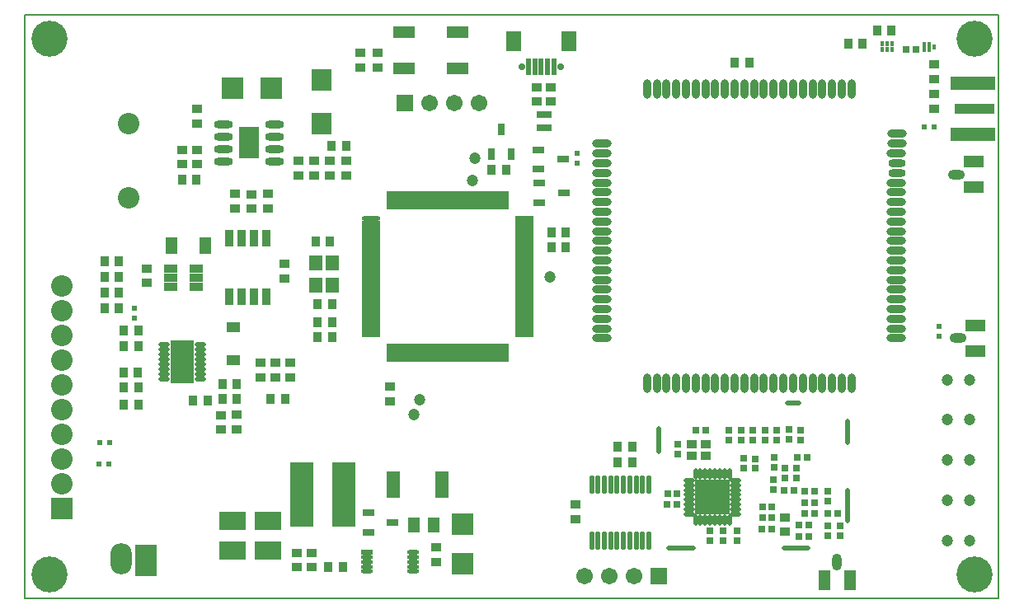
<source format=gts>
%FSLAX25Y25*%
%MOIN*%
G70*
G01*
G75*
G04 Layer_Color=8388736*
%ADD10C,0.02000*%
%ADD11C,0.03000*%
%ADD12R,0.01575X0.01181*%
%ADD13R,0.01181X0.01575*%
%ADD14O,0.05906X0.03150*%
%ADD15R,0.07087X0.03937*%
%ADD16C,0.03937*%
%ADD17R,0.02756X0.03347*%
%ADD18R,0.03347X0.02756*%
%ADD19R,0.03937X0.05906*%
%ADD20R,0.04724X0.03150*%
%ADD21R,0.02500X0.05906*%
%ADD22R,0.04803X0.02441*%
%ADD23R,0.04800X0.05600*%
%ADD24R,0.07480X0.11811*%
%ADD25O,0.06890X0.02362*%
%ADD26R,0.03937X0.05118*%
%ADD27R,0.08898X0.25590*%
%ADD28R,0.03937X0.02362*%
%ADD29R,0.04724X0.09843*%
%ADD30O,0.03937X0.01181*%
%ADD31R,0.03937X0.01181*%
%ADD32R,0.07874X0.07874*%
%ADD33R,0.10000X0.07000*%
%ADD34R,0.02362X0.03937*%
%ADD35R,0.07874X0.03937*%
%ADD36O,0.06693X0.01063*%
%ADD37R,0.06693X0.01063*%
%ADD38R,0.01063X0.06693*%
%ADD39O,0.03740X0.01378*%
%ADD40R,0.08661X0.16929*%
%ADD41R,0.07874X0.07874*%
%ADD42R,0.07087X0.07874*%
%ADD43R,0.02362X0.02362*%
%ADD44R,0.03150X0.02559*%
%ADD45R,0.03937X0.07087*%
%ADD46O,0.03150X0.05906*%
%ADD47O,0.01378X0.06693*%
%ADD48R,0.02362X0.02362*%
%ADD49R,0.13386X0.13386*%
%ADD50O,0.00984X0.03740*%
%ADD51O,0.03740X0.00984*%
%ADD52O,0.02362X0.07087*%
%ADD53O,0.07087X0.02362*%
%ADD54O,0.06299X0.02362*%
%ADD55R,0.00984X0.01575*%
%ADD56R,0.02362X0.01969*%
%ADD57R,0.00984X0.01299*%
G04:AMPARAMS|DCode=58|XSize=35.43mil|YSize=157.48mil|CornerRadius=1.77mil|HoleSize=0mil|Usage=FLASHONLY|Rotation=90.000|XOffset=0mil|YOffset=0mil|HoleType=Round|Shape=RoundedRectangle|*
%AMROUNDEDRECTD58*
21,1,0.03543,0.15394,0,0,90.0*
21,1,0.03189,0.15748,0,0,90.0*
1,1,0.00354,0.07697,0.01595*
1,1,0.00354,0.07697,-0.01595*
1,1,0.00354,-0.07697,-0.01595*
1,1,0.00354,-0.07697,0.01595*
%
%ADD58ROUNDEDRECTD58*%
%ADD59R,0.01200X0.01800*%
%ADD60R,0.01575X0.05906*%
%ADD61C,0.01000*%
%ADD62C,0.01200*%
%ADD63C,0.02500*%
%ADD64C,0.04000*%
%ADD65C,0.08000*%
%ADD66C,0.01500*%
%ADD67C,0.00800*%
%ADD68R,0.07500X0.15500*%
%ADD69R,0.07560X0.20391*%
%ADD70R,0.06000X0.09600*%
%ADD71R,0.06700X0.09800*%
%ADD72R,0.04200X0.18700*%
%ADD73R,0.08100X0.13300*%
%ADD74R,0.05700X0.21700*%
%ADD75R,0.18000X0.08400*%
%ADD76R,0.10500X0.06400*%
%ADD77R,0.16200X0.16000*%
%ADD78R,0.27300X0.16100*%
%ADD79R,0.06200X0.14700*%
%ADD80R,0.34969X0.11400*%
%ADD81R,0.06500X1.11800*%
%ADD82C,0.00500*%
%ADD83C,0.07874*%
%ADD84O,0.07874X0.11811*%
%ADD85R,0.07874X0.11811*%
%ADD86C,0.13780*%
%ADD87R,0.05906X0.05906*%
%ADD88C,0.05906*%
%ADD89R,0.07874X0.07874*%
G04:AMPARAMS|DCode=90|XSize=51.18mil|YSize=173.23mil|CornerRadius=2.56mil|HoleSize=0mil|Usage=FLASHONLY|Rotation=90.000|XOffset=0mil|YOffset=0mil|HoleType=Round|Shape=RoundedRectangle|*
%AMROUNDEDRECTD90*
21,1,0.05118,0.16811,0,0,90.0*
21,1,0.04606,0.17323,0,0,90.0*
1,1,0.00512,0.08406,0.02303*
1,1,0.00512,0.08406,-0.02303*
1,1,0.00512,-0.08406,-0.02303*
1,1,0.00512,-0.08406,0.02303*
%
%ADD90ROUNDEDRECTD90*%
%ADD91C,0.01969*%
%ADD92R,0.05315X0.07284*%
%ADD93C,0.04000*%
%ADD94C,0.02000*%
%ADD95C,0.03000*%
%ADD96C,0.05000*%
%ADD97C,0.02598*%
%ADD98C,0.01600*%
%ADD99C,0.07518*%
G04:AMPARAMS|DCode=100|XSize=111.181mil|YSize=111.181mil|CornerRadius=0mil|HoleSize=0mil|Usage=FLASHONLY|Rotation=0.000|XOffset=0mil|YOffset=0mil|HoleType=Round|Shape=Relief|Width=10mil|Gap=10mil|Entries=4|*
%AMTHD100*
7,0,0,0.11118,0.09118,0.01000,45*
%
%ADD100THD100*%
%ADD101C,0.07124*%
G04:AMPARAMS|DCode=102|XSize=107.244mil|YSize=107.244mil|CornerRadius=0mil|HoleSize=0mil|Usage=FLASHONLY|Rotation=0.000|XOffset=0mil|YOffset=0mil|HoleType=Round|Shape=Relief|Width=10mil|Gap=10mil|Entries=4|*
%AMTHD102*
7,0,0,0.10724,0.08724,0.01000,45*
%
%ADD102THD102*%
%ADD103C,0.04369*%
%ADD104C,0.11061*%
%ADD105C,0.05943*%
G04:AMPARAMS|DCode=106|XSize=95.433mil|YSize=95.433mil|CornerRadius=0mil|HoleSize=0mil|Usage=FLASHONLY|Rotation=0.000|XOffset=0mil|YOffset=0mil|HoleType=Round|Shape=Relief|Width=10mil|Gap=10mil|Entries=4|*
%AMTHD106*
7,0,0,0.09543,0.07543,0.01000,45*
%
%ADD106THD106*%
G04:AMPARAMS|DCode=107|XSize=79.685mil|YSize=79.685mil|CornerRadius=0mil|HoleSize=0mil|Usage=FLASHONLY|Rotation=0.000|XOffset=0mil|YOffset=0mil|HoleType=Round|Shape=Relief|Width=10mil|Gap=10mil|Entries=4|*
%AMTHD107*
7,0,0,0.07969,0.05969,0.01000,45*
%
%ADD107THD107*%
%ADD108C,0.06337*%
%ADD109C,0.05400*%
%ADD110C,0.03600*%
G04:AMPARAMS|DCode=111|XSize=72mil|YSize=72mil|CornerRadius=0mil|HoleSize=0mil|Usage=FLASHONLY|Rotation=0.000|XOffset=0mil|YOffset=0mil|HoleType=Round|Shape=Relief|Width=10mil|Gap=10mil|Entries=4|*
%AMTHD111*
7,0,0,0.07200,0.05200,0.01000,45*
%
%ADD111THD111*%
G04:AMPARAMS|DCode=112|XSize=80mil|YSize=80mil|CornerRadius=0mil|HoleSize=0mil|Usage=FLASHONLY|Rotation=0.000|XOffset=0mil|YOffset=0mil|HoleType=Round|Shape=Relief|Width=10mil|Gap=10mil|Entries=4|*
%AMTHD112*
7,0,0,0.08000,0.06000,0.01000,45*
%
%ADD112THD112*%
%ADD113C,0.04400*%
G04:AMPARAMS|DCode=114|XSize=99.37mil|YSize=99.37mil|CornerRadius=0mil|HoleSize=0mil|Usage=FLASHONLY|Rotation=0.000|XOffset=0mil|YOffset=0mil|HoleType=Round|Shape=Relief|Width=10mil|Gap=10mil|Entries=4|*
%AMTHD114*
7,0,0,0.09937,0.07937,0.01000,45*
%
%ADD114THD114*%
G04:AMPARAMS|DCode=115|XSize=72.992mil|YSize=72.992mil|CornerRadius=0mil|HoleSize=0mil|Usage=FLASHONLY|Rotation=0.000|XOffset=0mil|YOffset=0mil|HoleType=Round|Shape=Relief|Width=10mil|Gap=10mil|Entries=4|*
%AMTHD115*
7,0,0,0.07299,0.05299,0.01000,45*
%
%ADD115THD115*%
G04:AMPARAMS|DCode=116|XSize=68mil|YSize=68mil|CornerRadius=0mil|HoleSize=0mil|Usage=FLASHONLY|Rotation=0.000|XOffset=0mil|YOffset=0mil|HoleType=Round|Shape=Relief|Width=10mil|Gap=10mil|Entries=4|*
%AMTHD116*
7,0,0,0.06800,0.04800,0.01000,45*
%
%ADD116THD116*%
%ADD117C,0.05000*%
%ADD118C,0.06000*%
%ADD119R,0.08300X0.13500*%
%ADD120R,0.19700X0.09100*%
%ADD121R,0.09400X0.25200*%
%ADD122R,0.39000X0.13800*%
%ADD123R,0.06200X0.13300*%
%ADD124R,0.03347X0.01575*%
%ADD125R,0.03937X0.07087*%
%ADD126R,0.05118X0.13780*%
%ADD127R,0.08661X0.11024*%
%ADD128R,0.07000X0.10000*%
%ADD129R,0.19685X0.05118*%
%ADD130R,0.05500X0.02500*%
%ADD131R,0.01969X0.06299*%
%ADD132R,0.14410X0.07874*%
%ADD133R,0.01969X0.07874*%
%ADD134R,0.07087X0.03937*%
%ADD135R,0.03150X0.04724*%
%ADD136R,0.09843X0.01969*%
%ADD137O,0.08661X0.02362*%
%ADD138O,0.09843X0.02362*%
%ADD139O,0.01378X0.03740*%
%ADD140R,0.16929X0.08661*%
%ADD141R,0.03937X0.03150*%
%ADD142R,0.04843X0.02559*%
%ADD143R,0.08268X0.02756*%
%ADD144O,0.03543X0.01969*%
%ADD145O,0.03543X0.01969*%
%ADD146R,0.03543X0.01969*%
%ADD147R,0.07874X0.01969*%
%ADD148R,0.21349X0.07288*%
%ADD149R,0.14400X0.12900*%
%ADD150R,0.29900X0.09831*%
%ADD151R,0.11032X0.11400*%
%ADD152R,0.10000X0.37866*%
%ADD153R,0.16500X0.11800*%
%ADD154R,0.09800X0.45300*%
%ADD155R,0.05400X0.09900*%
%ADD156R,0.03600X0.06700*%
%ADD157R,0.20400X0.10800*%
%ADD158R,0.16400X0.04300*%
%ADD159R,0.04900X0.17100*%
%ADD160R,0.07600X0.08300*%
%ADD161R,0.08900X0.10200*%
%ADD162R,0.08600X0.09700*%
%ADD163R,0.17500X0.06700*%
%ADD164R,0.08965X0.03474*%
%ADD165R,0.29300X0.15600*%
%ADD166R,0.14700X0.03700*%
%ADD167R,0.07300X0.37900*%
%ADD168R,0.26931X0.16000*%
%ADD169R,0.48700X0.11300*%
%ADD170C,0.00700*%
%ADD171C,0.00984*%
%ADD172C,0.02362*%
%ADD173C,0.00300*%
%ADD174C,0.00600*%
%ADD175C,0.00787*%
%ADD176R,0.05417X0.06634*%
%ADD177R,0.02375X0.01981*%
%ADD178R,0.01981X0.02375*%
%ADD179O,0.06706X0.03950*%
%ADD180R,0.07887X0.04737*%
%ADD181C,0.04737*%
%ADD182R,0.03556X0.04147*%
%ADD183R,0.04147X0.03556*%
%ADD184R,0.04737X0.06706*%
%ADD185R,0.05524X0.03950*%
%ADD186R,0.03300X0.06706*%
%ADD187R,0.05603X0.03241*%
%ADD188R,0.05600X0.06400*%
%ADD189R,0.08280X0.12611*%
%ADD190O,0.07690X0.03162*%
%ADD191R,0.04737X0.05918*%
%ADD192R,0.09698X0.26391*%
%ADD193R,0.04737X0.03162*%
%ADD194R,0.05524X0.10642*%
%ADD195O,0.04737X0.01981*%
%ADD196R,0.04737X0.01981*%
%ADD197R,0.08674X0.08674*%
%ADD198R,0.10800X0.07800*%
%ADD199R,0.03162X0.04737*%
%ADD200R,0.08674X0.04737*%
%ADD201O,0.07493X0.01863*%
%ADD202R,0.07493X0.01863*%
%ADD203R,0.01863X0.07493*%
%ADD204O,0.04540X0.02178*%
%ADD205R,0.09461X0.17729*%
%ADD206R,0.08674X0.08674*%
%ADD207R,0.07887X0.08674*%
%ADD208R,0.03162X0.03162*%
%ADD209R,0.03950X0.03359*%
%ADD210R,0.04737X0.07887*%
%ADD211O,0.03950X0.06706*%
%ADD212O,0.02178X0.07493*%
%ADD213R,0.03162X0.03162*%
%ADD214R,0.14186X0.14186*%
%ADD215O,0.01784X0.04540*%
%ADD216O,0.04540X0.01784*%
%ADD217O,0.03162X0.07887*%
%ADD218O,0.07887X0.03162*%
%ADD219O,0.07099X0.03162*%
%ADD220R,0.01784X0.02375*%
%ADD221R,0.03162X0.02769*%
%ADD222R,0.01784X0.02099*%
G04:AMPARAMS|DCode=223|XSize=39.37mil|YSize=161.42mil|CornerRadius=1.97mil|HoleSize=0mil|Usage=FLASHONLY|Rotation=90.000|XOffset=0mil|YOffset=0mil|HoleType=Round|Shape=RoundedRectangle|*
%AMROUNDEDRECTD223*
21,1,0.03937,0.15748,0,0,90.0*
21,1,0.03543,0.16142,0,0,90.0*
1,1,0.00394,0.07874,0.01772*
1,1,0.00394,0.07874,-0.01772*
1,1,0.00394,-0.07874,-0.01772*
1,1,0.00394,-0.07874,0.01772*
%
%ADD223ROUNDEDRECTD223*%
%ADD224R,0.02000X0.02600*%
%ADD225R,0.02375X0.06706*%
%ADD226C,0.08674*%
%ADD227O,0.08674X0.12611*%
%ADD228R,0.08674X0.12611*%
%ADD229C,0.14579*%
%ADD230R,0.06706X0.06706*%
%ADD231C,0.06706*%
%ADD232R,0.08674X0.08674*%
G04:AMPARAMS|DCode=233|XSize=55.12mil|YSize=177.16mil|CornerRadius=2.76mil|HoleSize=0mil|Usage=FLASHONLY|Rotation=90.000|XOffset=0mil|YOffset=0mil|HoleType=Round|Shape=RoundedRectangle|*
%AMROUNDEDRECTD233*
21,1,0.05512,0.17165,0,0,90.0*
21,1,0.04961,0.17716,0,0,90.0*
1,1,0.00551,0.08583,0.02480*
1,1,0.00551,0.08583,-0.02480*
1,1,0.00551,-0.08583,-0.02480*
1,1,0.00551,-0.08583,0.02480*
%
%ADD233ROUNDEDRECTD233*%
%ADD234C,0.02769*%
%ADD235R,0.06115X0.08083*%
D10*
X138200Y59961D02*
X142900D01*
X162609Y43900D02*
Y52500D01*
X136900Y1300D02*
X146600D01*
X162609Y12300D02*
Y24500D01*
X90000Y1300D02*
X100300D01*
X86231Y40300D02*
Y49500D01*
D82*
X-170069Y-19320D02*
Y216900D01*
X223632D01*
X-170069Y-19320D02*
X223632D01*
Y216900D01*
D177*
X-125900Y98037D02*
D03*
Y94100D02*
D03*
X199600Y86863D02*
D03*
Y90800D02*
D03*
X53300Y160800D02*
D03*
Y156863D02*
D03*
D178*
X-136000Y44000D02*
D03*
X-139937D02*
D03*
X-140037Y35300D02*
D03*
X-136100D02*
D03*
X197537Y171500D02*
D03*
X193600D02*
D03*
D179*
X206432Y152300D02*
D03*
X207200Y86010D02*
D03*
D180*
X213518Y157418D02*
D03*
X213518Y147182D02*
D03*
X214287Y91128D02*
D03*
X214286Y80892D02*
D03*
D181*
X-10493Y61193D02*
D03*
X-12734Y55134D02*
D03*
X11800Y159000D02*
D03*
X10800Y149800D02*
D03*
X42000Y111000D02*
D03*
X202955Y4300D02*
D03*
X211931D02*
D03*
X202955Y20550D02*
D03*
X211931D02*
D03*
X202955Y36800D02*
D03*
X211931D02*
D03*
X202955Y53050D02*
D03*
X211931D02*
D03*
X202955Y69300D02*
D03*
X211931D02*
D03*
D182*
X-132100Y117300D02*
D03*
X-138005D02*
D03*
X-132100Y98064D02*
D03*
X-138005D02*
D03*
X-46769Y125181D02*
D03*
X-52674D02*
D03*
X-51768Y92500D02*
D03*
X-45863D02*
D03*
X-51700Y99700D02*
D03*
X-45794D02*
D03*
X-124200Y89100D02*
D03*
X-130105D02*
D03*
X-124200Y82700D02*
D03*
X-130105D02*
D03*
X-132100Y104476D02*
D03*
X-138005D02*
D03*
X-45968Y86400D02*
D03*
X-51874D02*
D03*
X-132100Y110888D02*
D03*
X-138005D02*
D03*
X-46134Y163800D02*
D03*
X-40228D02*
D03*
X-100768Y150200D02*
D03*
X-106674D02*
D03*
X-47500Y-6400D02*
D03*
X-41594D02*
D03*
X-84400Y61400D02*
D03*
X-90306D02*
D03*
X-102200Y61000D02*
D03*
X-96294D02*
D03*
X-64868Y61500D02*
D03*
X-70774D02*
D03*
X-130300Y72200D02*
D03*
X-124395D02*
D03*
X-90306Y67400D02*
D03*
X-84400D02*
D03*
X-124200Y66300D02*
D03*
X-130105D02*
D03*
X-124200Y59100D02*
D03*
X-130105D02*
D03*
X18531Y154300D02*
D03*
X24437D02*
D03*
X69595Y35700D02*
D03*
X75500D02*
D03*
X69537Y42300D02*
D03*
X75442D02*
D03*
X122800Y197600D02*
D03*
X116894D02*
D03*
X168631Y205200D02*
D03*
X162726D02*
D03*
X180300Y210600D02*
D03*
X174395D02*
D03*
X48637Y122800D02*
D03*
X42731D02*
D03*
X48637Y129000D02*
D03*
X42731D02*
D03*
D183*
X-65168Y116200D02*
D03*
Y110294D02*
D03*
X-120700Y108400D02*
D03*
Y114305D02*
D03*
X-72003Y144400D02*
D03*
Y138495D02*
D03*
X-85103Y138495D02*
D03*
Y144400D02*
D03*
X-100442Y178700D02*
D03*
Y172794D02*
D03*
X-40334Y151894D02*
D03*
Y157800D02*
D03*
X-53180D02*
D03*
Y151894D02*
D03*
X-100568Y156400D02*
D03*
Y162305D02*
D03*
X-106569Y162300D02*
D03*
Y156395D02*
D03*
X-46757Y157800D02*
D03*
Y151894D02*
D03*
X-59603Y157800D02*
D03*
Y151894D02*
D03*
X-78400Y138400D02*
D03*
Y144306D02*
D03*
X-3800Y1500D02*
D03*
Y-4405D02*
D03*
X-54043Y-716D02*
D03*
Y-6622D02*
D03*
X-60135Y-739D02*
D03*
Y-6645D02*
D03*
X-34400Y195500D02*
D03*
Y201406D02*
D03*
X-68968Y76200D02*
D03*
Y70294D02*
D03*
X-62968Y76200D02*
D03*
Y70294D02*
D03*
X-74968Y76200D02*
D03*
Y70294D02*
D03*
X-84400Y55100D02*
D03*
Y49194D02*
D03*
X-91000Y49100D02*
D03*
Y55006D02*
D03*
X-27500Y201500D02*
D03*
Y195595D02*
D03*
X-22600Y66500D02*
D03*
Y60594D02*
D03*
X137300Y7694D02*
D03*
Y13600D02*
D03*
X52631Y12900D02*
D03*
Y18805D02*
D03*
X197531Y191000D02*
D03*
Y196906D02*
D03*
X197500Y179000D02*
D03*
Y184906D02*
D03*
X42632Y187600D02*
D03*
Y181694D02*
D03*
X36731Y187600D02*
D03*
Y181694D02*
D03*
D184*
X-110979Y123500D02*
D03*
X-97200D02*
D03*
D185*
X-85969Y77114D02*
D03*
Y90500D02*
D03*
D186*
X-77538Y102818D02*
D03*
X-82538Y126440D02*
D03*
X-87538D02*
D03*
X-72538Y102818D02*
D03*
X-87538D02*
D03*
X-72538Y126440D02*
D03*
X-77538D02*
D03*
X-82538Y102818D02*
D03*
D187*
X-100782Y110513D02*
D03*
Y114253D02*
D03*
X-111097Y106773D02*
D03*
Y114253D02*
D03*
Y110513D02*
D03*
X-100782Y106773D02*
D03*
D188*
X-52569Y107650D02*
D03*
Y116381D02*
D03*
X-45822Y107650D02*
D03*
X-45822Y116381D02*
D03*
D189*
X-79568Y165100D02*
D03*
D190*
X-69332Y157600D02*
D03*
Y162600D02*
D03*
Y167600D02*
D03*
Y172600D02*
D03*
X-89805Y157600D02*
D03*
Y162600D02*
D03*
Y167600D02*
D03*
Y172600D02*
D03*
D191*
X-12800Y10400D02*
D03*
X-4926D02*
D03*
D192*
X-58069Y22705D02*
D03*
X-41336D02*
D03*
D193*
X-31200Y15500D02*
D03*
X-21358Y11563D02*
D03*
X-31200Y7626D02*
D03*
X37832Y148700D02*
D03*
X47674Y144763D02*
D03*
X37832Y140826D02*
D03*
X37631Y162300D02*
D03*
X47474Y158363D02*
D03*
X37631Y154426D02*
D03*
D194*
X-1615Y26700D02*
D03*
X-21300D02*
D03*
D195*
X-13268Y-6340D02*
D03*
X-31969Y-8309D02*
D03*
Y-6340D02*
D03*
X-13268Y-4372D02*
D03*
X-31969D02*
D03*
Y-2403D02*
D03*
X-13268Y-435D02*
D03*
Y-2403D02*
D03*
Y-8309D02*
D03*
D196*
X-31969Y-435D02*
D03*
D197*
X6800Y10748D02*
D03*
Y-5000D02*
D03*
D198*
X-86300Y100D02*
D03*
Y12100D02*
D03*
X-71900Y300D02*
D03*
Y12300D02*
D03*
D199*
X18600Y160500D02*
D03*
X22537Y170343D02*
D03*
X26474Y160500D02*
D03*
D200*
X4685Y209767D02*
D03*
Y195200D02*
D03*
X-16969Y209767D02*
D03*
Y195200D02*
D03*
D201*
X-30074Y134622D02*
D03*
D202*
Y132653D02*
D03*
Y130685D02*
D03*
Y128717D02*
D03*
Y126748D02*
D03*
Y124779D02*
D03*
Y122811D02*
D03*
Y120843D02*
D03*
Y118874D02*
D03*
Y116905D02*
D03*
Y114937D02*
D03*
Y112969D02*
D03*
Y111000D02*
D03*
Y109031D02*
D03*
Y107063D02*
D03*
Y105095D02*
D03*
Y103126D02*
D03*
Y101157D02*
D03*
Y99189D02*
D03*
Y97220D02*
D03*
Y95252D02*
D03*
Y93283D02*
D03*
Y91315D02*
D03*
Y89346D02*
D03*
Y87378D02*
D03*
X31737D02*
D03*
Y89346D02*
D03*
Y91315D02*
D03*
Y93283D02*
D03*
Y95252D02*
D03*
Y97220D02*
D03*
Y99189D02*
D03*
Y101157D02*
D03*
Y103126D02*
D03*
Y105095D02*
D03*
Y107063D02*
D03*
Y109031D02*
D03*
Y111000D02*
D03*
Y112969D02*
D03*
Y114937D02*
D03*
Y116905D02*
D03*
Y118874D02*
D03*
Y120843D02*
D03*
Y122811D02*
D03*
Y124779D02*
D03*
Y126748D02*
D03*
Y128717D02*
D03*
Y130685D02*
D03*
Y132653D02*
D03*
Y134622D02*
D03*
D203*
X-22791Y80094D02*
D03*
X-20822D02*
D03*
X-18854D02*
D03*
X-16885D02*
D03*
X-14917D02*
D03*
X-12948D02*
D03*
X-10979D02*
D03*
X-9011D02*
D03*
X-7042D02*
D03*
X-5074D02*
D03*
X-3105D02*
D03*
X-1137D02*
D03*
X831D02*
D03*
X2800D02*
D03*
X4769D02*
D03*
X6737D02*
D03*
X8705D02*
D03*
X10674D02*
D03*
X12642D02*
D03*
X14611D02*
D03*
X16579D02*
D03*
X18548D02*
D03*
X20516D02*
D03*
X22485D02*
D03*
X24453D02*
D03*
Y141905D02*
D03*
X22485D02*
D03*
X20516D02*
D03*
X18548D02*
D03*
X16579D02*
D03*
X14611D02*
D03*
X12642D02*
D03*
X10674D02*
D03*
X8705D02*
D03*
X6737D02*
D03*
X4769D02*
D03*
X2800D02*
D03*
X831D02*
D03*
X-1137D02*
D03*
X-3105D02*
D03*
X-5074D02*
D03*
X-7042D02*
D03*
X-9011D02*
D03*
X-10979D02*
D03*
X-12948D02*
D03*
X-14917D02*
D03*
X-16885D02*
D03*
X-18854D02*
D03*
X-20822D02*
D03*
X-22791D02*
D03*
D204*
X-113850Y83390D02*
D03*
Y81421D02*
D03*
Y79453D02*
D03*
Y77484D02*
D03*
Y75516D02*
D03*
Y73547D02*
D03*
Y71579D02*
D03*
Y69610D02*
D03*
X-99087D02*
D03*
Y71579D02*
D03*
Y73547D02*
D03*
Y75516D02*
D03*
Y77484D02*
D03*
Y79453D02*
D03*
Y81421D02*
D03*
Y83390D02*
D03*
D205*
X-106468Y76500D02*
D03*
D206*
X-70420Y187100D02*
D03*
X-86168D02*
D03*
D207*
X-50169Y190617D02*
D03*
X-50068Y172900D02*
D03*
D208*
X142863Y5700D02*
D03*
X146800D02*
D03*
X142863Y10400D02*
D03*
X146800D02*
D03*
X131937Y13400D02*
D03*
X128000D02*
D03*
X145263Y19600D02*
D03*
X149200D02*
D03*
X136863Y24400D02*
D03*
X140800D02*
D03*
X131737Y8900D02*
D03*
X127800D02*
D03*
X93637Y23100D02*
D03*
X89700D02*
D03*
X154563Y15200D02*
D03*
X158500D02*
D03*
X149237Y15100D02*
D03*
X145300D02*
D03*
X131937Y17900D02*
D03*
X128000D02*
D03*
X145263Y24300D02*
D03*
X149200D02*
D03*
X93537Y18800D02*
D03*
X89600D02*
D03*
X142063Y37800D02*
D03*
X146000D02*
D03*
X101263Y48900D02*
D03*
X105200D02*
D03*
D209*
X99347Y43164D02*
D03*
X105253Y43164D02*
D03*
X99347Y38636D02*
D03*
X105253D02*
D03*
D210*
X153182Y-11687D02*
D03*
X163418Y-11687D02*
D03*
D211*
X158300Y-4600D02*
D03*
D212*
X82116Y26720D02*
D03*
X79557D02*
D03*
X76998D02*
D03*
X74439D02*
D03*
X71880D02*
D03*
X69320D02*
D03*
X66761D02*
D03*
X64202D02*
D03*
X61643D02*
D03*
X59084D02*
D03*
X82116Y4279D02*
D03*
X79557D02*
D03*
X76998D02*
D03*
X74439D02*
D03*
X71880D02*
D03*
X69320D02*
D03*
X66761D02*
D03*
X64202D02*
D03*
X61643D02*
D03*
X59084D02*
D03*
D213*
X154600Y10237D02*
D03*
Y6300D02*
D03*
X154400Y24237D02*
D03*
Y20300D02*
D03*
X132600Y24963D02*
D03*
Y28900D02*
D03*
X132735Y33863D02*
D03*
Y37800D02*
D03*
X141800Y29463D02*
D03*
Y33400D02*
D03*
X117900Y8237D02*
D03*
Y4300D02*
D03*
X106875Y8037D02*
D03*
Y4100D02*
D03*
X159500Y6263D02*
D03*
Y10200D02*
D03*
X112300Y8237D02*
D03*
Y4300D02*
D03*
X137000Y33437D02*
D03*
Y29500D02*
D03*
X125000Y37337D02*
D03*
Y33400D02*
D03*
X119350Y48937D02*
D03*
Y45000D02*
D03*
X120500Y37437D02*
D03*
Y33500D02*
D03*
X124200Y45000D02*
D03*
Y48937D02*
D03*
X143600D02*
D03*
Y45000D02*
D03*
X138800Y49037D02*
D03*
Y45100D02*
D03*
X133900Y48937D02*
D03*
Y45000D02*
D03*
X129050Y48937D02*
D03*
Y45000D02*
D03*
X114500Y48937D02*
D03*
Y45000D02*
D03*
X93700Y43037D02*
D03*
Y39100D02*
D03*
D214*
X107900Y21700D02*
D03*
D215*
X101010Y31050D02*
D03*
X102979D02*
D03*
X104947D02*
D03*
X106916D02*
D03*
X108884D02*
D03*
X110853D02*
D03*
X112821D02*
D03*
X114790D02*
D03*
Y12350D02*
D03*
X112821D02*
D03*
X110853D02*
D03*
X108884D02*
D03*
X106916D02*
D03*
X104947D02*
D03*
X102979D02*
D03*
X101010D02*
D03*
D216*
X117250Y28590D02*
D03*
Y26621D02*
D03*
Y24653D02*
D03*
Y22684D02*
D03*
Y20716D02*
D03*
Y18747D02*
D03*
Y16779D02*
D03*
Y14810D02*
D03*
X98550D02*
D03*
Y16779D02*
D03*
Y18747D02*
D03*
Y20716D02*
D03*
Y22684D02*
D03*
Y24653D02*
D03*
Y26621D02*
D03*
Y28590D02*
D03*
D217*
X81394Y186798D02*
D03*
X164072D02*
D03*
X81394Y67900D02*
D03*
X85331D02*
D03*
X89268D02*
D03*
X93205D02*
D03*
X97142D02*
D03*
X101079D02*
D03*
X105017D02*
D03*
X108953D02*
D03*
X112891D02*
D03*
X116828D02*
D03*
X120765D02*
D03*
X124702D02*
D03*
X128639D02*
D03*
X132576D02*
D03*
X136513D02*
D03*
X140450D02*
D03*
X144387D02*
D03*
X148324D02*
D03*
X152261D02*
D03*
X156198D02*
D03*
X160135D02*
D03*
X160135Y186798D02*
D03*
X156198Y186798D02*
D03*
X152261D02*
D03*
X148324D02*
D03*
X144387D02*
D03*
X140450D02*
D03*
X136513D02*
D03*
X132576D02*
D03*
X128639D02*
D03*
X124702D02*
D03*
X120765D02*
D03*
X116828Y186798D02*
D03*
X112891Y186798D02*
D03*
X108953D02*
D03*
X105017Y186798D02*
D03*
X101079Y186798D02*
D03*
X85331D02*
D03*
X97142D02*
D03*
X93205D02*
D03*
X89268D02*
D03*
X164072Y67900D02*
D03*
D218*
X182576Y168687D02*
D03*
X182182Y86010D02*
D03*
X63284D02*
D03*
X182576Y164750D02*
D03*
X182182Y160813D02*
D03*
Y149002D02*
D03*
Y145065D02*
D03*
Y141128D02*
D03*
Y137191D02*
D03*
X182182Y133254D02*
D03*
X182182Y129317D02*
D03*
Y125380D02*
D03*
Y121443D02*
D03*
Y117506D02*
D03*
Y113569D02*
D03*
Y109632D02*
D03*
Y105695D02*
D03*
Y101758D02*
D03*
Y97821D02*
D03*
Y93884D02*
D03*
Y89947D02*
D03*
X63284D02*
D03*
X63284Y93884D02*
D03*
X63284Y97821D02*
D03*
Y101758D02*
D03*
Y105695D02*
D03*
Y109632D02*
D03*
Y113569D02*
D03*
Y117506D02*
D03*
X63284Y121443D02*
D03*
X63284Y125380D02*
D03*
Y129317D02*
D03*
X63284Y133254D02*
D03*
Y137191D02*
D03*
X63284Y141128D02*
D03*
Y145065D02*
D03*
Y149002D02*
D03*
Y152939D02*
D03*
Y156876D02*
D03*
Y160813D02*
D03*
Y164750D02*
D03*
D219*
X182576Y156876D02*
D03*
Y152939D02*
D03*
D220*
X176432Y202800D02*
D03*
X178400D02*
D03*
X180368D02*
D03*
Y205162D02*
D03*
X178400D02*
D03*
X176432D02*
D03*
D221*
X190168Y202800D02*
D03*
X186232D02*
D03*
D222*
X197500Y203800D02*
D03*
X195531Y204784D02*
D03*
X193563D02*
D03*
Y202816D02*
D03*
X195531D02*
D03*
D223*
X213931Y178900D02*
D03*
D224*
X41800Y171200D02*
D03*
X39832D02*
D03*
X37832D02*
D03*
X39832Y176558D02*
D03*
X41800D02*
D03*
X37832D02*
D03*
D225*
X33531Y195900D02*
D03*
X38650D02*
D03*
X41209D02*
D03*
X43768D02*
D03*
X36091D02*
D03*
D226*
X-128068Y142900D02*
D03*
Y172900D02*
D03*
X-155200Y107300D02*
D03*
Y97300D02*
D03*
Y87300D02*
D03*
Y77300D02*
D03*
Y67300D02*
D03*
Y57300D02*
D03*
Y47300D02*
D03*
Y37300D02*
D03*
Y27300D02*
D03*
D227*
X-131168Y-3306D02*
D03*
D228*
X-121168Y-3700D02*
D03*
D229*
X-160226Y207057D02*
D03*
Y-9478D02*
D03*
X213790Y207057D02*
D03*
Y-9478D02*
D03*
D230*
X-16468Y181300D02*
D03*
X86132Y-10100D02*
D03*
D231*
X-6469Y181300D02*
D03*
X3531D02*
D03*
X13532D02*
D03*
X76131Y-10100D02*
D03*
X66132D02*
D03*
X56132D02*
D03*
X-79568Y165100D02*
D03*
D232*
X-155200Y17300D02*
D03*
D233*
X213144Y189136D02*
D03*
Y168664D02*
D03*
D234*
X30776Y195900D02*
D03*
X46524D02*
D03*
D235*
X49772Y206333D02*
D03*
X27527D02*
D03*
M02*

</source>
